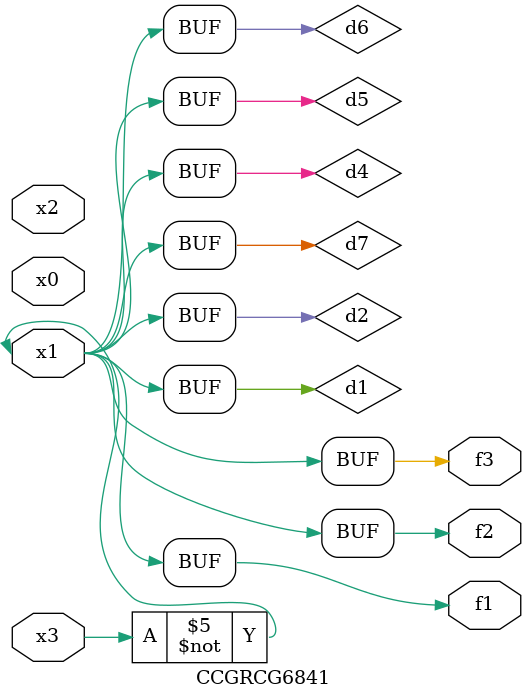
<source format=v>
module CCGRCG6841(
	input x0, x1, x2, x3,
	output f1, f2, f3
);

	wire d1, d2, d3, d4, d5, d6, d7;

	not (d1, x3);
	buf (d2, x1);
	xnor (d3, d1, d2);
	nor (d4, d1);
	buf (d5, d1, d2);
	buf (d6, d4, d5);
	nand (d7, d4);
	assign f1 = d6;
	assign f2 = d7;
	assign f3 = d6;
endmodule

</source>
